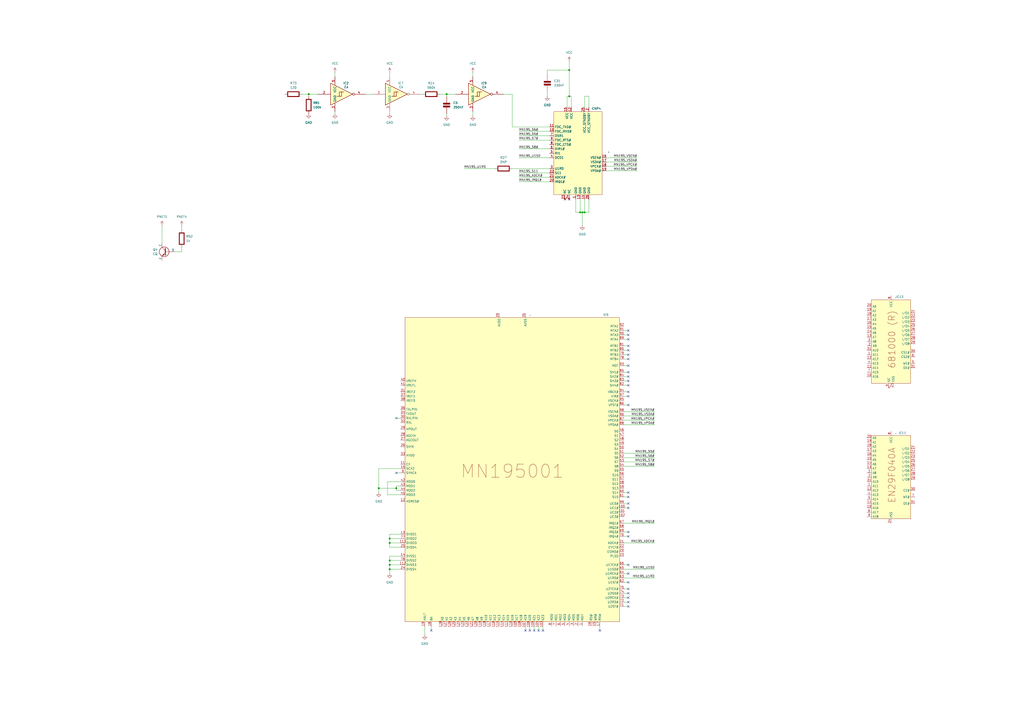
<source format=kicad_sch>
(kicad_sch (version 20250114) (generator "eeschema") (generator_version "9.0")
  (paper "A2")
  (title_block (title "PC110 Internal Modem Module") (company "Recreated by: Ahmad Byagowi"))
  (lib_symbols
    (symbol "74xGxx:74AHC1G14"
      (property "Reference" "U" (at 0 3.81 0))
      (property "Value" "74AHC1G14" (at 0 -3.81 0))
      (symbol "74AHC1G14_0_1"
        (polyline (pts (xy -7.62 6.35) (xy -7.62 -6.35) (xy 5.08 0) (xy -7.62 6.35)) (stroke (width 0.254)) (fill (type background)))
      )
      (symbol "74AHC1G14_1_1"
        (polyline (pts (xy -3.81 -1.27) (xy -1.27 -1.27) (xy -1.27 1.27)) (stroke (width 0.254)))
        (polyline (pts (xy -2.54 -1.27) (xy -2.54 1.27) (xy 0 1.27)) (stroke (width 0.254)))
        (pin input line (at -15.24 0 0) (length 7.62) (name "~") (number "2"))
        (pin no_connect line (at -7.62 5.08 180) (length 5.08) (hide yes) (name "NC") (number "1"))
        (pin power_in line (at -5.08 10.16 270) (length 5.08) (name "VCC") (number "5"))
        (pin power_in line (at -5.08 -10.16 90) (length 5.08) (name "GND") (number "3"))
        (pin output inverted (at 12.7 0 180) (length 7.62) (name "~") (number "4"))
      )
    )
    (symbol "Modem:681000ALP"
      (property "Reference" "IC" (at 3.556 25.4 0))
      (symbol "681000ALP_1_1"
        (rectangle (start -11.43 24.13) (end 11.43 -24.13) (fill (type color) (color 255 255 194 1)))
        (text "681000 (R)" (at 0.508 1.27 900) (effects (font (size 3.81 3.81))))
        (pin input line (at -13.97 20.32 0) (length 2.54) (name "A0") (number "20"))
        (pin input line (at -13.97 17.78 0) (length 2.54) (name "A1") (number "19"))
        (pin input line (at -13.97 15.24 0) (length 2.54) (name "A2") (number "18"))
        (pin input line (at -13.97 12.7 0) (length 2.54) (name "A3") (number "17"))
        (pin input line (at -13.97 10.16 0) (length 2.54) (name "A4") (number "16"))
        (pin input line (at -13.97 7.62 0) (length 2.54) (name "A5") (number "15"))
        (pin input line (at -13.97 5.08 0) (length 2.54) (name "A6") (number "14"))
        (pin input line (at -13.97 2.54 0) (length 2.54) (name "A7") (number "13"))
        (pin input line (at -13.97 0 0) (length 2.54) (name "A8") (number "3"))
        (pin input line (at -13.97 -5.08 0) (length 2.54) (name "A10") (number "31"))
        (pin input line (at -13.97 -7.62 0) (length 2.54) (name "A11") (number "1"))
        (pin input line (at -13.97 -10.16 0) (length 2.54) (name "A12") (number "12"))
        (pin input line (at -13.97 -12.7 0) (length 2.54) (name "A13") (number "4"))
        (pin input line (at -13.97 -15.24 0) (length 2.54) (name "A14") (number "11"))
        (pin input line (at -13.97 -17.78 0) (length 2.54) (name "A15") (number "7"))
        (pin input line (at -13.97 -20.32 0) (length 2.54) (name "A16") (number "10"))
        (pin input line (at -13.824 -2.4919 0) (length 2.54) (name "A9") (number "2"))
        (pin no_connect line (at -1.27 -26.67 90) (length 2.54) (name "NC") (number "9"))
        (pin power_in line (at 0 26.67 270) (length 2.54) (name "VCC") (number "8"))
        (pin power_in line (at 1.27 -26.67 90) (length 2.54) (name "VSS") (number "24"))
        (pin bidirectional line (at 13.97 16.51 180) (length 2.54) (name "I/O1") (number "21"))
        (pin bidirectional line (at 13.97 13.97 180) (length 2.54) (name "I/O2") (number "22"))
        (pin bidirectional line (at 13.97 11.43 180) (length 2.54) (name "I/O3") (number "23"))
        (pin bidirectional line (at 13.97 8.89 180) (length 2.54) (name "I/O4") (number "25"))
        (pin bidirectional line (at 13.97 6.35 180) (length 2.54) (name "I/O5") (number "26"))
        (pin bidirectional line (at 13.97 3.81 180) (length 2.54) (name "I/O6") (number "27"))
        (pin bidirectional line (at 13.97 1.27 180) (length 2.54) (name "I/O7") (number "28"))
        (pin bidirectional line (at 13.97 -1.27 180) (length 2.54) (name "I/O8") (number "29"))
        (pin input line (at 13.97 -6.35 180) (length 2.54) (name "CS1#") (number "30"))
        (pin input line (at 13.97 -8.89 180) (length 2.54) (name "CS2#") (number "6"))
        (pin input line (at 13.97 -12.7 180) (length 2.54) (name "WE#") (number "5"))
        (pin input line (at 13.97 -15.24 180) (length 2.54) (name "OE#") (number "31"))
      )
    )
    (symbol "Modem:EN29F040A"
      (property "Reference" "IC" (at 3.556 25.146 0))
      (symbol "EN29F040A_1_1"
        (rectangle (start -11.43 24.13) (end 11.43 -24.13) (fill (type color) (color 255 255 194 1)))
        (text "EN29F040A" (at 0.508 1.27 900) (effects (font (size 3.81 3.81))))
        (pin input line (at -13.97 22.86 0) (length 2.54) (name "A0") (number "20"))
        (pin input line (at -13.97 20.32 0) (length 2.54) (name "A1") (number "19"))
        (pin input line (at -13.97 17.78 0) (length 2.54) (name "A2") (number "18"))
        (pin input line (at -13.97 15.24 0) (length 2.54) (name "A3") (number "17"))
        (pin input line (at -13.97 12.7 0) (length 2.54) (name "A4") (number "16"))
        (pin input line (at -13.97 10.16 0) (length 2.54) (name "A5") (number "15"))
        (pin input line (at -13.97 7.62 0) (length 2.54) (name "A6") (number "14"))
        (pin input line (at -13.97 5.08 0) (length 2.54) (name "A7") (number "13"))
        (pin input line (at -13.97 2.54 0) (length 2.54) (name "A8") (number "3"))
        (pin input line (at -13.97 -2.54 0) (length 2.54) (name "A10") (number "31"))
        (pin input line (at -13.97 -5.08 0) (length 2.54) (name "A11") (number "1"))
        (pin input line (at -13.97 -7.62 0) (length 2.54) (name "A12") (number "12"))
        (pin input line (at -13.97 -10.16 0) (length 2.54) (name "A13") (number "4"))
        (pin input line (at -13.97 -12.7 0) (length 2.54) (name "A14") (number "5"))
        (pin input line (at -13.97 -15.24 0) (length 2.54) (name "A15") (number "11"))
        (pin input line (at -13.97 -17.78 0) (length 2.54) (name "A16") (number "10"))
        (pin input line (at -13.97 -20.32 0) (length 2.54) (name "A17") (number "6"))
        (pin input line (at -13.97 -22.86 0) (length 2.54) (name "A18") (number "9"))
        (pin input line (at -13.824 0.0481 0) (length 2.54) (name "A9") (number "2"))
        (pin power_in line (at 0 26.67 270) (length 2.54) (name "VCC") (number "8"))
        (pin power_in line (at 0 -26.67 90) (length 2.54) (name "VSS") (number "24"))
        (pin bidirectional line (at 13.97 16.51 180) (length 2.54) (name "I/O1") (number "21"))
        (pin bidirectional line (at 13.97 13.97 180) (length 2.54) (name "I/O2") (number "22"))
        (pin bidirectional line (at 13.97 11.43 180) (length 2.54) (name "I/O3") (number "23"))
        (pin bidirectional line (at 13.97 8.89 180) (length 2.54) (name "I/O4") (number "25"))
        (pin bidirectional line (at 13.97 6.35 180) (length 2.54) (name "I/O5") (number "26"))
        (pin bidirectional line (at 13.97 3.81 180) (length 2.54) (name "I/O6") (number "27"))
        (pin bidirectional line (at 13.97 1.27 180) (length 2.54) (name "I/O7") (number "28"))
        (pin bidirectional line (at 13.97 -1.27 180) (length 2.54) (name "I/O8") (number "29"))
        (pin input line (at 13.97 -7.62 180) (length 2.54) (name "CE#") (number "30"))
        (pin input line (at 13.97 -11.43 180) (length 2.54) (name "WE#") (number "7"))
        (pin input line (at 13.97 -15.24 180) (length 2.54) (name "OE#") (number "31"))
      )
    )
    (symbol "Modem:MN195001"
      (property "Reference" "IC" (at 49.53 90.424 0))
      (symbol "MN195001_1_1"
        (rectangle (start -62.23 88.9) (end 62.23 -87.63) (fill (type color) (color 255 255 194 1)))
        (text "MN195001" (at 0 -0.254 0) (effects (font (size 7.62 7.62))))
        (pin input line (at -64.77 52.07 0) (length 2.54) (name "VREFH") (number "40"))
        (pin input line (at -64.77 49.53 0) (length 2.54) (name "VREFL") (number "41"))
        (pin input line (at -64.77 45.72 0) (length 2.54) (name "IREF2") (number "31"))
        (pin input line (at -64.77 43.18 0) (length 2.54) (name "IREF1") (number "37"))
        (pin input line (at -64.77 40.64 0) (length 2.54) (name "IREF0") (number "38"))
        (pin input line (at -64.77 35.56 0) (length 2.54) (name "TXLPIN") (number "36"))
        (pin output line (at -64.77 33.02 0) (length 2.54) (name "TXOUT") (number "34"))
        (pin input line (at -64.77 30.48 0) (length 2.54) (name "RXLPIN") (number "30"))
        (pin input line (at -64.77 27.94 0) (length 2.54) (name "RXL") (number "32"))
        (pin output line (at -64.77 24.13 0) (length 2.54) (name "HPOUT") (number "29"))
        (pin input line (at -64.77 20.32 0) (length 2.54) (name "AGCIN") (number "28"))
        (pin output line (at -64.77 17.78 0) (length 2.54) (name "AGCOUT") (number "27"))
        (pin input line (at -64.77 13.97 0) (length 2.54) (name "SHIN") (number "26"))
        (pin input line (at -64.77 8.89 0) (length 2.54) (name "HVDD") (number "33"))
        (pin input line (at -64.77 3.81 0) (length 2.54) (name "CX") (number "11"))
        (pin input line (at -64.77 1.27 0) (length 2.54) (name "SCX2") (number "10"))
        (pin bidirectional line (at -64.77 -1.27 0) (length 2.54) (name "SYNCA") (number "9"))
        (pin input line (at -64.77 -6.35 0) (length 2.54) (name "MOD0") (number "42"))
        (pin input line (at -64.77 -8.89 0) (length 2.54) (name "MOD1") (number "43"))
        (pin input line (at -64.77 -11.43 0) (length 2.54) (name "MOD2") (number "44"))
        (pin input line (at -64.77 -13.97 0) (length 2.54) (name "MOD3") (number "45"))
        (pin input line (at -64.77 -17.78 0) (length 2.54) (name "HDRES#") (number "12"))
        (pin input line (at -64.77 -36.83 0) (length 2.54) (name "DVDD1") (number "13"))
        (pin input line (at -64.77 -39.37 0) (length 2.54) (name "DVDD2") (number "77"))
        (pin input line (at -64.77 -41.91 0) (length 2.54) (name "DVDD3") (number "113"))
        (pin input line (at -64.77 -44.45 0) (length 2.54) (name "DVDD4") (number "25"))
        (pin input line (at -64.77 -49.53 0) (length 2.54) (name "DVSS1") (number "14"))
        (pin input line (at -64.77 -52.07 0) (length 2.54) (name "DVSS2") (number "76"))
        (pin input line (at -64.77 -54.61 0) (length 2.54) (name "DVSS3") (number "112"))
        (pin input line (at -64.77 -57.15 0) (length 2.54) (name "DVSS4") (number "24"))
        (pin input line (at -50.8 -90.17 90) (length 2.54) (name "HALT") (number "19"))
        (pin output line (at -46.99 -90.17 90) (length 2.54) (name "BA") (number "18"))
        (pin output line (at -40.64 -90.17 90) (length 2.54) (name "A0") (number "128"))
        (pin output line (at -38.1 -90.17 90) (length 2.54) (name "A1") (number "127"))
        (pin output line (at -35.56 -90.17 90) (length 2.54) (name "A2") (number "126"))
        (pin output line (at -33.02 -90.17 90) (length 2.54) (name "A3") (number "125"))
        (pin output line (at -30.48 -90.17 90) (length 2.54) (name "A4") (number "124"))
        (pin output line (at -27.94 -90.17 90) (length 2.54) (name "A5") (number "123"))
        (pin output line (at -25.4 -90.17 90) (length 2.54) (name "A6") (number "122"))
        (pin output line (at -22.86 -90.17 90) (length 2.54) (name "A7") (number "121"))
        (pin output line (at -20.32 -90.17 90) (length 2.54) (name "A8") (number "120"))
        (pin output line (at -17.78 -90.17 90) (length 2.54) (name "A9") (number "119"))
        (pin output line (at -15.24 -90.17 90) (length 2.54) (name "A10") (number "118"))
        (pin output line (at -12.7 -90.17 90) (length 2.54) (name "A11") (number "117"))
        (pin output line (at -10.16 -90.17 90) (length 2.54) (name "A12") (number "116"))
        (pin input line (at -7.62 91.44 270) (length 2.54) (name "AVDD") (number "39"))
        (pin output line (at -7.62 -90.17 90) (length 2.54) (name "A13") (number "115"))
        (pin output line (at -5.08 -90.17 90) (length 2.54) (name "A14") (number "114"))
        (pin output line (at -2.54 -90.17 90) (length 2.54) (name "A15") (number "111"))
        (pin output line (at 0 -90.17 90) (length 2.54) (name "A16") (number "110"))
        (pin output line (at 2.54 -90.17 90) (length 2.54) (name "A17") (number "109"))
        (pin output line (at 5.08 -90.17 90) (length 2.54) (name "A18") (number "108"))
        (pin input line (at 7.62 91.44 270) (length 2.54) (name "AVSS") (number "35"))
        (pin output line (at 7.62 -90.17 90) (length 2.54) (name "A19") (number "107"))
        (pin output line (at 10.16 -90.17 90) (length 2.54) (name "A20") (number "106"))
        (pin output line (at 12.7 -90.17 90) (length 2.54) (name "A21") (number "105"))
        (pin output line (at 15.24 -90.17 90) (length 2.54) (name "A22") (number "104"))
        (pin output line (at 17.78 -90.17 90) (length 2.54) (name "A23") (number "103"))
        (pin bidirectional line (at 22.86 -90.17 90) (length 2.54) (name "MD0") (number "8"))
        (pin bidirectional line (at 25.4 -90.17 90) (length 2.54) (name "MD1") (number "7"))
        (pin bidirectional line (at 27.94 -90.17 90) (length 2.54) (name "MD2") (number "6"))
        (pin bidirectional line (at 30.48 -90.17 90) (length 2.54) (name "MD3") (number "5"))
        (pin bidirectional line (at 33.02 -90.17 90) (length 2.54) (name "MD4") (number "4"))
        (pin bidirectional line (at 35.56 -90.17 90) (length 2.54) (name "MD5") (number "3"))
        (pin bidirectional line (at 38.1 -90.17 90) (length 2.54) (name "MD6") (number "2"))
        (pin bidirectional line (at 40.64 -90.17 90) (length 2.54) (name "MD7") (number "1"))
        (pin output line (at 45.72 -90.17 90) (length 2.54) (name "RD#") (number "16"))
        (pin output line (at 48.26 -90.17 90) (length 2.54) (name "WR#") (number "15"))
        (pin input line (at 50.8 -90.17 90) (length 2.54) (name "RNW") (number "17"))
        (pin output line (at 64.77 83.82 180) (length 2.54) (name "MTA1") (number "92"))
        (pin output line (at 64.77 81.28 180) (length 2.54) (name "MTA2") (number "91"))
        (pin output line (at 64.77 78.74 180) (length 2.54) (name "MTA3") (number "90"))
        (pin output line (at 64.77 76.2 180) (length 2.54) (name "MTA4") (number "89"))
        (pin output line (at 64.77 72.39 180) (length 2.54) (name "MTB1") (number "81"))
        (pin output line (at 64.77 69.85 180) (length 2.54) (name "MTB2") (number "80"))
        (pin output line (at 64.77 67.31 180) (length 2.54) (name "MTB3") (number "79"))
        (pin output line (at 64.77 64.77 180) (length 2.54) (name "MTB4") (number "78"))
        (pin output line (at 64.77 60.96 180) (length 2.54) (name "MOT") (number "93"))
        (pin output line (at 64.77 57.15 180) (length 2.54) (name "SH1#") (number "85"))
        (pin output line (at 64.77 54.61 180) (length 2.54) (name "SH2#") (number "84"))
        (pin output line (at 64.77 52.07 180) (length 2.54) (name "SH3#") (number "83"))
        (pin output line (at 64.77 49.53 180) (length 2.54) (name "SH4#") (number "82"))
        (pin output line (at 64.77 45.72 180) (length 2.54) (name "VBCK#") (number "94"))
        (pin input line (at 64.77 43.18 180) (length 2.54) (name "VIR#") (number "97"))
        (pin input line (at 64.77 40.64 180) (length 2.54) (name "VSCK#") (number "95"))
        (pin output line (at 64.77 38.1 180) (length 2.54) (name "VPST#") (number "86"))
        (pin output line (at 64.77 34.29 180) (length 2.54) (name "VSEN#") (number "98"))
        (pin input line (at 64.77 31.75 180) (length 2.54) (name "VSDA#") (number "96"))
        (pin output line (at 64.77 29.21 180) (length 2.54) (name "VPCK#") (number "87"))
        (pin output line (at 64.77 26.67 180) (length 2.54) (name "VPDA#") (number "88"))
        (pin bidirectional line (at 64.77 22.86 180) (length 2.54) (name "S0") (number "46"))
        (pin bidirectional line (at 64.77 20.32 180) (length 2.54) (name "S1") (number "47"))
        (pin bidirectional line (at 64.77 17.78 180) (length 2.54) (name "S2") (number "48"))
        (pin bidirectional line (at 64.77 15.24 180) (length 2.54) (name "S3") (number "49"))
        (pin bidirectional line (at 64.77 12.7 180) (length 2.54) (name "S4") (number "50"))
        (pin bidirectional line (at 64.77 10.16 180) (length 2.54) (name "S5") (number "51"))
        (pin bidirectional line (at 64.77 7.62 180) (length 2.54) (name "S6") (number "52"))
        (pin bidirectional line (at 64.77 5.08 180) (length 2.54) (name "S7") (number "53"))
        (pin bidirectional line (at 64.77 2.54 180) (length 2.54) (name "S8") (number "54"))
        (pin bidirectional line (at 64.77 0 180) (length 2.54) (name "S9") (number "55"))
        (pin bidirectional line (at 64.77 -2.54 180) (length 2.54) (name "S10") (number "56"))
        (pin bidirectional line (at 64.77 -5.08 180) (length 2.54) (name "S11") (number "57"))
        (pin bidirectional line (at 64.77 -7.62 180) (length 2.54) (name "S12") (number "58"))
        (pin bidirectional line (at 64.77 -10.16 180) (length 2.54) (name "S13") (number "59"))
        (pin bidirectional line (at 64.77 -12.7 180) (length 2.54) (name "S14") (number "60"))
        (pin bidirectional line (at 64.77 -15.24 180) (length 2.54) (name "S15") (number "61"))
        (pin output line (at 64.77 -19.05 180) (length 2.54) (name "UC0#") (number "99"))
        (pin output line (at 64.77 -21.59 180) (length 2.54) (name "UC1#") (number "100"))
        (pin output line (at 64.77 -24.13 180) (length 2.54) (name "UC2#") (number "101"))
        (pin output line (at 64.77 -26.67 180) (length 2.54) (name "UC3#") (number "102"))
        (pin output line (at 64.77 -30.48 180) (length 2.54) (name "IRQ1#") (number "67"))
        (pin output line (at 64.77 -33.02 180) (length 2.54) (name "IRQ2#") (number "68"))
        (pin output line (at 64.77 -35.56 180) (length 2.54) (name "IRQ3#") (number "69"))
        (pin output line (at 64.77 -38.1 180) (length 2.54) (name "IRQ4#") (number "70"))
        (pin output line (at 64.77 -41.91 180) (length 2.54) (name "ADCK#") (number "21"))
        (pin output line (at 64.77 -44.45 180) (length 2.54) (name "EYCY#") (number "22"))
        (pin output line (at 64.77 -46.99 180) (length 2.54) (name "EOMD#") (number "20"))
        (pin output line (at 64.77 -49.53 180) (length 2.54) (name "PLSD") (number "23"))
        (pin bidirectional line (at 64.77 -54.61 180) (length 2.54) (name "U1TCK#") (number "66"))
        (pin output line (at 64.77 -57.15 180) (length 2.54) (name "U1SD#") (number "65"))
        (pin input line (at 64.77 -59.69 180) (length 2.54) (name "U1RCK#") (number "64"))
        (pin input line (at 64.77 -62.23 180) (length 2.54) (name "U1RD#") (number "63"))
        (pin input line (at 64.77 -64.77 180) (length 2.54) (name "U1ST#") (number "62"))
        (pin bidirectional line (at 64.77 -68.58 180) (length 2.54) (name "U2TCK#") (number "75"))
        (pin output line (at 64.77 -71.12 180) (length 2.54) (name "U2SD#") (number "74"))
        (pin output line (at 64.77 -73.66 180) (length 2.54) (name "U2RCK#") (number "73"))
        (pin output line (at 64.77 -76.2 180) (length 2.54) (name "U2RD#") (number "72"))
        (pin output line (at 64.77 -78.74 180) (length 2.54) (name "U2ST#") (number "71"))
      )
    )
    (symbol "Modem:M_Conn"
      (property "Reference" "CNP" (at 10.668 25.4 0))
      (symbol "M_Conn_1_1"
        (rectangle (start -13.97 24.13) (end 13.97 -24.13) (fill (type color) (color 255 255 194 1)))
        (pin bidirectional line (at -16.51 15.24 0) (length 2.54) (name "FDC_TXD#") (number "11"))
        (pin bidirectional line (at -16.51 12.7 0) (length 2.54) (name "FDC_RXD#") (number "10"))
        (pin bidirectional line (at -16.51 10.16 0) (length 2.54) (name "DSR1") (number "7"))
        (pin bidirectional line (at -16.51 7.62 0) (length 2.54) (name "FDC_RTS#") (number "9"))
        (pin bidirectional line (at -16.51 5.08 0) (length 2.54) (name "FDC_CTS#") (number "8"))
        (pin bidirectional line (at -16.51 2.54 0) (length 2.54) (name "DIR1#") (number "6"))
        (pin bidirectional line (at -16.51 0 0) (length 2.54) (name "RI1") (number "5"))
        (pin bidirectional line (at -16.51 -2.54 0) (length 2.54) (name "DCD1") (number "4"))
        (pin bidirectional line (at -16.51 -8.89 0) (length 2.54) (name "U1RD") (number "3"))
        (pin bidirectional line (at -16.51 -11.43 0) (length 2.54) (name "S11") (number "22"))
        (pin bidirectional line (at -16.51 -13.97 0) (length 2.54) (name "ADCK#") (number "21"))
        (pin output line (at -16.51 -16.51 0) (length 2.54) (name "IRQ1#") (number "20"))
        (pin no_connect line (at -7.62 -26.67 90) (length 2.54) (name "NC") (number "23"))
        (pin power_in line (at -6.35 26.67 270) (length 2.54) (name "VCC") (number "15"))
        (pin no_connect line (at -5.08 -26.67 90) (length 2.54) (name "NC") (number "24"))
        (pin power_in line (at -3.81 26.67 270) (length 2.54) (name "VCC") (number "12"))
        (pin power_in line (at -1.27 -26.67 90) (length 2.54) (name "GND") (number "1"))
        (pin power_in line (at 1.27 -26.67 90) (length 2.54) (name "GND") (number "13"))
        (pin power_in line (at 3.81 26.67 270) (length 2.54) (name "VCC_STNDBY") (number "25"))
        (pin power_in line (at 3.81 -26.67 90) (length 2.54) (name "GND") (number "14"))
        (pin power_in line (at 6.35 26.67 270) (length 2.54) (name "VCC_STNDBY") (number "2"))
        (pin power_in line (at 6.35 -26.67 90) (length 2.54) (name "GND") (number "26"))
        (pin bidirectional line (at 16.51 -2.54 180) (length 2.54) (name "VSEN#") (number "16"))
        (pin bidirectional line (at 16.51 -5.08 180) (length 2.54) (name "VSDA#") (number "17"))
        (pin bidirectional line (at 16.51 -7.62 180) (length 2.54) (name "VPCK#") (number "18"))
        (pin bidirectional line (at 16.51 -10.16 180) (length 2.54) (name "VPDA#") (number "19"))
      )
    )
    (symbol "PCM_Elektuur:C" (pin_numbers (hide yes)) (pin_names (offset 0) (hide yes))
      (property "Reference" "C" (at 0.635 3.175 0))
      (property "Value" "C" (at 0.635 -3.175 0))
      (symbol "C_1_1"
        (rectangle (start -1.905 1.1938) (end 1.905 0.4318) (stroke (width 0.254)) (fill (type outline)))
        (rectangle (start -1.905 -0.4318) (end 1.905 -1.1938) (stroke (width 0.254)) (fill (type outline)))
        (pin passive line (at 0 5.08 270) (length 3.8862) (name "+") (number "1"))
        (pin passive line (at 0 -5.08 90) (length 3.8862) (name "-") (number "2"))
      )
      (symbol "C_1_2"
        (polyline (pts (xy -1.905 0.4318) (xy 1.905 0.4318) (xy 1.905 1.4986) (xy -1.905 1.4986) (xy -1.905 0.4318) (xy -1.8034 0.5334) (xy -1.8034 1.397) (xy 1.8034 1.397) (xy 1.8034 0.5334) (xy -1.8034 0.5334) (xy -1.905 0.4318)) (stroke (width 0.254)) (fill (type outline)))
        (polyline (pts (xy -1.905 -1.4986) (xy 1.905 -1.4986) (xy 1.905 -0.4318) (xy -1.905 -0.4318) (xy -1.905 -1.4986) (xy -1.8034 -1.397) (xy -1.8034 -0.5334) (xy 1.8034 -0.5334) (xy 1.8034 -1.397) (xy -1.8034 -1.397) (xy -1.905 -1.4986)) (stroke (width 0.254)) (fill (type outline)))
        (pin passive line (at 0 5.08 270) (length 3.5814) (name "+") (number "1"))
        (pin passive line (at 0 -5.08 90) (length 3.5814) (name "-") (number "2"))
      )
    )
    (symbol "PCM_Elektuur:R" (pin_numbers (hide yes)) (pin_names (offset 0) (hide yes))
      (property "Reference" "R" (at 2.54 3.175 0))
      (property "Value" "R" (at 0 0 90))
      (symbol "R_1_1"
        (polyline (pts (xy -1.524 -3.429) (xy 1.524 -3.429) (xy 1.524 3.429) (xy -1.524 3.429) (xy -1.524 -3.429) (xy -1.27 -3.175) (xy -1.27 3.175) (xy 1.27 3.175) (xy 1.27 -3.175) (xy -1.27 -3.175) (xy -1.524 -3.429)) (stroke (width 0.254)) (fill (type outline)))
        (pin passive line (at 0 5.08 270) (length 1.651) (name "+") (number "1"))
        (pin passive line (at 0 -5.08 90) (length 1.651) (name "-") (number "2"))
      )
      (symbol "R_1_2"
        (polyline (pts (xy -0.508 -3.429) (xy 1.524 -3.429) (xy 1.524 3.429) (xy -0.508 3.429) (xy -0.508 3.175) (xy 1.27 3.175) (xy 1.27 -3.175) (xy -0.508 -3.175) (xy -0.508 -3.429)) (stroke (width 0.254)) (fill (type outline)))
        (pin passive line (at 0 5.08 270) (length 1.651) (name "+") (number "1"))
        (pin passive line (at 0 -5.08 90) (length 1.651) (name "-") (number "2"))
      )
      (symbol "R_1_3"
        (polyline (pts (xy 0 3.4798) (xy 0 3.2004) (xy 0.7112 2.794) (xy -1.1938 1.6764) (xy 0.7112 0.5588) (xy -1.1938 -0.5588) (xy 0.7112 -1.6764) (xy -1.1938 -2.794) (xy 0 -3.4798) (xy 0 -3.2004) (xy -0.7112 -2.794) (xy 1.1938 -1.6764) (xy -0.7112 -0.5588) (xy 1.1938 0.5588) (xy -0.7112 1.6764) (xy 1.1938 2.794) (xy 0 3.4798)) (stroke (width 0.254)) (fill (type outline)))
        (pin passive line (at 0 5.08 270) (length 1.6002) (name "+") (number "1"))
        (pin passive line (at 0 -5.08 90) (length 1.6002) (name "-") (number "2"))
      )
      (symbol "R_1_4"
        (polyline (pts (xy 0 4.5466) (xy 0 4.2672) (xy 0.0508 4.2418) (xy 1.016 3.683) (xy -1.524 2.2098) (xy 1.016 0.7366) (xy -1.524 -0.7366) (xy 1.016 -2.2098) (xy -1.524 -3.683) (xy -0.0762 -4.5212) (xy 0 -4.5466) (xy 0 -4.2672) (xy -0.0508 -4.2418) (xy -1.016 -3.683) (xy 1.524 -2.2098) (xy -1.016 -0.7366) (xy 1.524 0.7366) (xy -1.016 2.2098) (xy 1.524 3.683) (xy 0.0762 4.5212) (xy 0 4.5466)) (stroke (width 0.254)) (fill (type outline)))
        (pin passive line (at 0 5.08 270) (length 0.5334) (name "+") (number "1"))
        (pin passive line (at 0 -5.08 90) (length 0.5334) (name "-") (number "2"))
      )
    )
    (symbol "Simulation_SPICE:NPN" (pin_numbers (hide yes)) (pin_names (offset 0))
      (property "Reference" "Q" (at -2.54 7.62 0))
      (property "Value" "NPN" (at -2.54 5.08 0))
      (symbol "NPN_0_1"
        (polyline (pts (xy -2.54 0) (xy 0.635 0)) (stroke (width 0.1524)))
        (polyline (pts (xy 0.635 1.905) (xy 0.635 -1.905) (xy 0.635 -1.905)) (stroke (width 0.508)))
        (polyline (pts (xy 0.635 0.635) (xy 2.54 2.54)))
        (polyline (pts (xy 0.635 -0.635) (xy 2.54 -2.54) (xy 2.54 -2.54)))
        (circle (center 1.27 0) (radius 2.8194) (stroke (width 0.254)))
        (polyline (pts (xy 1.27 -1.778) (xy 1.778 -1.27) (xy 2.286 -2.286) (xy 1.27 -1.778) (xy 1.27 -1.778)) (fill (type outline)))
        (polyline (pts (xy 2.794 -1.27) (xy 2.794 -1.27)) (stroke (width 0.1524)))
        (polyline (pts (xy 2.794 -1.27) (xy 2.794 -1.27)) (stroke (width 0.1524)))
      )
      (symbol "NPN_1_1"
        (pin input line (at -5.08 0 0) (length 2.54) (name "B") (number "2"))
        (pin open_collector line (at 2.54 5.08 270) (length 2.54) (name "C") (number "1"))
        (pin open_emitter line (at 2.54 -5.08 90) (length 2.54) (name "E") (number "3"))
      )
    )
    (symbol "power:GND" (power) (pin_numbers (hide yes)) (pin_names (offset 0) (hide yes))
      (property "Value" "GND" (at 0 -3.81 0))
      (symbol "GND_0_1"
        (polyline (pts (xy 0 0) (xy 0 -1.27) (xy 1.27 -1.27) (xy 0 -2.54) (xy -1.27 -1.27) (xy 0 -1.27)))
      )
      (symbol "GND_1_1"
        (pin power_in line (at 0 0 270) (length 0) (name "~") (number "1"))
      )
    )
    (symbol "power:VCC" (power) (pin_numbers (hide yes)) (pin_names (offset 0) (hide yes))
      (property "Value" "VCC" (at 0 3.556 0))
      (symbol "VCC_0_1"
        (polyline (pts (xy -0.762 1.27) (xy 0 2.54)))
        (polyline (pts (xy 0 2.54) (xy 0.762 1.27)))
        (polyline (pts (xy 0 0) (xy 0 2.54)))
      )
      (symbol "VCC_1_1"
        (pin power_in line (at 0 0 90) (length 0) (name "~") (number "1"))
      )
    )
  )
  (junction (at 339.09 123.19))
  (junction (at 259.08 54.61))
  (junction (at 219.71 283.21))
  (junction (at 226.06 312.42))
  (junction (at 226.06 314.96))
  (junction (at 336.55 123.19))
  (junction (at 226.06 327.66))
  (junction (at 226.06 325.12))
  (junction (at 330.2 55.88))
  (junction (at 226.06 330.2))
  (junction (at 330.2 40.64))
  (junction (at 337.82 123.19))
  (junction (at 229.87 283.21))
  (junction (at 179.07 54.61))
  (no_connect (at 250.19 365.76))
  (no_connect (at 364.49 288.29))
  (no_connect (at 304.8 365.76))
  (no_connect (at 364.49 191.77))
  (no_connect (at 364.49 203.2))
  (no_connect (at 364.49 229.87))
  (no_connect (at 309.88 365.76))
  (no_connect (at 364.49 200.66))
  (no_connect (at 364.49 212.09))
  (no_connect (at 364.49 227.33))
  (no_connect (at 364.49 351.79))
  (no_connect (at 364.49 234.95))
  (no_connect (at 364.49 344.17))
  (no_connect (at 327.66 115.57))
  (no_connect (at 330.2 115.57))
  (no_connect (at 364.49 332.74))
  (no_connect (at 229.87 242.57))
  (no_connect (at 364.49 346.71))
  (no_connect (at 364.49 208.28))
  (no_connect (at 364.49 215.9))
  (no_connect (at 364.49 194.31))
  (no_connect (at 364.49 311.15))
  (no_connect (at 364.49 327.66))
  (no_connect (at 364.49 196.85))
  (no_connect (at 364.49 220.98))
  (no_connect (at 312.42 365.76))
  (no_connect (at 229.87 274.32))
  (no_connect (at 364.49 205.74))
  (no_connect (at 364.49 285.75))
  (no_connect (at 364.49 337.82))
  (no_connect (at 364.49 294.64))
  (no_connect (at 364.49 292.1))
  (no_connect (at 364.49 349.25))
  (no_connect (at 364.49 218.44))
  (no_connect (at 364.49 223.52))
  (no_connect (at 347.98 365.76))
  (no_connect (at 364.49 341.63))
  (no_connect (at 364.49 308.61))
  (no_connect (at 307.34 365.76))
  (no_connect (at 314.96 365.76))
  (wire (pts (xy 361.95 227.33) (xy 364.49 227.33)))
  (wire (pts (xy 232.41 322.58) (xy 226.06 322.58)))
  (wire (pts (xy 229.87 281.94) (xy 229.87 283.21)))
  (wire (pts (xy 318.77 81.28) (xy 300.99 81.28)))
  (wire (pts (xy 339.09 55.88) (xy 341.63 55.88)))
  (wire (pts (xy 318.77 86.36) (xy 300.99 86.36)))
  (wire (pts (xy 232.41 327.66) (xy 226.06 327.66)))
  (wire (pts (xy 337.82 123.19) (xy 339.09 123.19)))
  (wire (pts (xy 361.95 267.97) (xy 379.73 267.97)))
  (wire (pts (xy 330.2 40.64) (xy 330.2 55.88)))
  (wire (pts (xy 351.79 93.98) (xy 369.57 93.98)))
  (wire (pts (xy 361.95 288.29) (xy 364.49 288.29)))
  (wire (pts (xy 226.06 41.91) (xy 226.06 44.45)))
  (wire (pts (xy 361.95 243.84) (xy 379.73 243.84)))
  (wire (pts (xy 317.5 40.64) (xy 330.2 40.64)))
  (wire (pts (xy 212.09 54.61) (xy 215.9 54.61)))
  (wire (pts (xy 229.87 242.57) (xy 232.41 242.57)))
  (wire (pts (xy 361.95 208.28) (xy 364.49 208.28)))
  (wire (pts (xy 361.95 191.77) (xy 364.49 191.77)))
  (wire (pts (xy 361.95 314.96) (xy 379.73 314.96)))
  (wire (pts (xy 361.95 262.89) (xy 379.73 262.89)))
  (wire (pts (xy 337.82 130.81) (xy 337.82 123.19)))
  (wire (pts (xy 226.06 330.2) (xy 226.06 332.74)))
  (wire (pts (xy 224.79 279.4) (xy 232.41 279.4)))
  (wire (pts (xy 226.06 317.5) (xy 226.06 314.96)))
  (wire (pts (xy 361.95 241.3) (xy 379.73 241.3)))
  (wire (pts (xy 226.06 314.96) (xy 226.06 312.42)))
  (wire (pts (xy 328.93 55.88) (xy 330.2 55.88)))
  (wire (pts (xy 361.95 270.51) (xy 379.73 270.51)))
  (wire (pts (xy 361.95 203.2) (xy 364.49 203.2)))
  (wire (pts (xy 328.93 62.23) (xy 328.93 55.88)))
  (wire (pts (xy 226.06 325.12) (xy 226.06 327.66)))
  (wire (pts (xy 361.95 335.28) (xy 379.73 335.28)))
  (wire (pts (xy 361.95 344.17) (xy 364.49 344.17)))
  (wire (pts (xy 361.95 200.66) (xy 364.49 200.66)))
  (wire (pts (xy 105.41 130.81) (xy 105.41 133.35)))
  (wire (pts (xy 351.79 99.06) (xy 369.57 99.06)))
  (wire (pts (xy 361.95 215.9) (xy 364.49 215.9)))
  (wire (pts (xy 339.09 123.19) (xy 341.63 123.19)))
  (wire (pts (xy 312.42 363.22) (xy 312.42 365.76)))
  (wire (pts (xy 361.95 303.53) (xy 379.73 303.53)))
  (wire (pts (xy 229.87 284.48) (xy 232.41 284.48)))
  (wire (pts (xy 361.95 292.1) (xy 364.49 292.1)))
  (wire (pts (xy 274.32 41.91) (xy 274.32 44.45)))
  (wire (pts (xy 336.55 123.19) (xy 337.82 123.19)))
  (wire (pts (xy 361.95 311.15) (xy 364.49 311.15)))
  (wire (pts (xy 331.47 55.88) (xy 331.47 62.23)))
  (wire (pts (xy 361.95 238.76) (xy 379.73 238.76)))
  (wire (pts (xy 361.95 349.25) (xy 364.49 349.25)))
  (wire (pts (xy 318.77 78.74) (xy 300.99 78.74)))
  (wire (pts (xy 219.71 271.78) (xy 219.71 283.21)))
  (wire (pts (xy 226.06 312.42) (xy 232.41 312.42)))
  (wire (pts (xy 361.95 229.87) (xy 364.49 229.87)))
  (wire (pts (xy 330.2 55.88) (xy 331.47 55.88)))
  (wire (pts (xy 318.77 100.33) (xy 300.99 100.33)))
  (wire (pts (xy 219.71 283.21) (xy 219.71 285.75)))
  (wire (pts (xy 361.95 220.98) (xy 364.49 220.98)))
  (wire (pts (xy 361.95 327.66) (xy 364.49 327.66)))
  (wire (pts (xy 351.79 96.52) (xy 369.57 96.52)))
  (wire (pts (xy 229.87 274.32) (xy 232.41 274.32)))
  (wire (pts (xy 179.07 55.88) (xy 179.07 54.61)))
  (wire (pts (xy 361.95 265.43) (xy 379.73 265.43)))
  (wire (pts (xy 309.88 363.22) (xy 309.88 365.76)))
  (wire (pts (xy 336.55 115.57) (xy 336.55 123.19)))
  (wire (pts (xy 339.09 62.23) (xy 339.09 55.88)))
  (wire (pts (xy 361.95 346.71) (xy 364.49 346.71)))
  (wire (pts (xy 361.95 285.75) (xy 364.49 285.75)))
  (wire (pts (xy 226.06 327.66) (xy 226.06 330.2)))
  (wire (pts (xy 224.79 287.02) (xy 224.79 279.4)))
  (wire (pts (xy 318.77 102.87) (xy 300.99 102.87)))
  (wire (pts (xy 105.41 143.51) (xy 105.41 146.05)))
  (wire (pts (xy 259.08 55.88) (xy 259.08 54.61)))
  (wire (pts (xy 93.98 130.81) (xy 93.98 140.97)))
  (wire (pts (xy 361.95 337.82) (xy 364.49 337.82)))
  (wire (pts (xy 361.95 234.95) (xy 364.49 234.95)))
  (wire (pts (xy 314.96 363.22) (xy 314.96 365.76)))
  (wire (pts (xy 341.63 55.88) (xy 341.63 62.23)))
  (wire (pts (xy 232.41 325.12) (xy 226.06 325.12)))
  (wire (pts (xy 175.26 54.61) (xy 179.07 54.61)))
  (wire (pts (xy 361.95 308.61) (xy 364.49 308.61)))
  (wire (pts (xy 361.95 205.74) (xy 364.49 205.74)))
  (wire (pts (xy 361.95 194.31) (xy 364.49 194.31)))
  (wire (pts (xy 259.08 66.04) (xy 259.08 67.31)))
  (wire (pts (xy 361.95 223.52) (xy 364.49 223.52)))
  (wire (pts (xy 361.95 212.09) (xy 364.49 212.09)))
  (wire (pts (xy 304.8 363.22) (xy 304.8 365.76)))
  (wire (pts (xy 341.63 123.19) (xy 341.63 115.57)))
  (wire (pts (xy 232.41 317.5) (xy 226.06 317.5)))
  (wire (pts (xy 318.77 105.41) (xy 300.99 105.41)))
  (wire (pts (xy 269.24 97.79) (xy 287.02 97.79)))
  (wire (pts (xy 194.31 66.04) (xy 194.31 64.77)))
  (wire (pts (xy 317.5 43.18) (xy 317.5 40.64)))
  (wire (pts (xy 334.01 115.57) (xy 334.01 123.19)))
  (wire (pts (xy 232.41 330.2) (xy 226.06 330.2)))
  (wire (pts (xy 232.41 287.02) (xy 224.79 287.02)))
  (wire (pts (xy 226.06 312.42) (xy 226.06 309.88)))
  (wire (pts (xy 307.34 363.22) (xy 307.34 365.76)))
  (wire (pts (xy 361.95 246.38) (xy 379.73 246.38)))
  (wire (pts (xy 259.08 54.61) (xy 264.16 54.61)))
  (wire (pts (xy 226.06 314.96) (xy 232.41 314.96)))
  (wire (pts (xy 361.95 351.79) (xy 364.49 351.79)))
  (wire (pts (xy 232.41 271.78) (xy 219.71 271.78)))
  (wire (pts (xy 330.2 35.56) (xy 330.2 40.64)))
  (wire (pts (xy 339.09 115.57) (xy 339.09 123.19)))
  (wire (pts (xy 101.6 146.05) (xy 105.41 146.05)))
  (wire (pts (xy 226.06 309.88) (xy 232.41 309.88)))
  (wire (pts (xy 243.84 54.61) (xy 245.11 54.61)))
  (wire (pts (xy 297.18 73.66) (xy 297.18 54.61)))
  (wire (pts (xy 347.98 363.22) (xy 347.98 365.76)))
  (wire (pts (xy 361.95 341.63) (xy 364.49 341.63)))
  (wire (pts (xy 219.71 283.21) (xy 229.87 283.21)))
  (wire (pts (xy 246.38 363.22) (xy 246.38 368.3)))
  (wire (pts (xy 318.77 73.66) (xy 297.18 73.66)))
  (wire (pts (xy 361.95 330.2) (xy 379.73 330.2)))
  (wire (pts (xy 226.06 322.58) (xy 226.06 325.12)))
  (wire (pts (xy 297.18 97.79) (xy 318.77 97.79)))
  (wire (pts (xy 361.95 332.74) (xy 364.49 332.74)))
  (wire (pts (xy 194.31 41.91) (xy 194.31 44.45)))
  (wire (pts (xy 361.95 218.44) (xy 364.49 218.44)))
  (wire (pts (xy 179.07 54.61) (xy 184.15 54.61)))
  (wire (pts (xy 232.41 281.94) (xy 229.87 281.94)))
  (wire (pts (xy 361.95 196.85) (xy 364.49 196.85)))
  (wire (pts (xy 351.79 91.44) (xy 369.57 91.44)))
  (wire (pts (xy 317.5 55.88) (xy 317.5 53.34)))
  (wire (pts (xy 292.1 54.61) (xy 297.18 54.61)))
  (wire (pts (xy 250.19 363.22) (xy 250.19 365.76)))
  (wire (pts (xy 318.77 76.2) (xy 300.99 76.2)))
  (wire (pts (xy 255.27 54.61) (xy 259.08 54.61)))
  (wire (pts (xy 274.32 67.31) (xy 274.32 64.77)))
  (wire (pts (xy 334.01 123.19) (xy 336.55 123.19)))
  (wire (pts (xy 229.87 283.21) (xy 229.87 284.48)))
  (wire (pts (xy 226.06 64.77) (xy 226.06 66.04)))
  (wire (pts (xy 318.77 91.44) (xy 300.99 91.44)))
  (wire (pts (xy 361.95 294.64) (xy 364.49 294.64)))
  (label "MN195_VPCK#" (at 369.57 96.52 180))
  (label "MN195_ADCK#" (at 379.73 314.96 180))
  (label "MN195_S7#" (at 379.73 267.97 180))
  (label "MN195_S8#" (at 300.99 86.36 0))
  (label "MN195_VSDA#" (at 369.57 93.98 180))
  (label "MN195_VSDA#" (at 379.73 241.3 180))
  (label "MN195_U1SD" (at 379.73 330.2 180))
  (label "MN195_S11" (at 300.99 100.33 0))
  (label "MN195_VPDA#" (at 369.57 99.06 180))
  (label "MN195_VPCK#" (at 379.73 243.84 180))
  (label "MN195_U1RD" (at 269.24 97.79 0))
  (label "MN195_IRQ1#" (at 300.99 105.41 0))
  (label "MN195_S6#" (at 379.73 265.43 180))
  (label "MN195_S7#" (at 300.99 81.28 0))
  (label "MN195_S6#" (at 300.99 76.2 0))
  (label "MN195_VSEN#" (at 379.73 238.76 180))
  (label "MN195_S5#" (at 300.99 78.74 0))
  (label "MN195_VSEN#" (at 369.57 91.44 180))
  (label "MN195_U1RD" (at 379.73 335.28 180))
  (label "MN195_U1SD" (at 300.99 91.44 0))
  (label "MN195_S8#" (at 379.73 270.51 180))
  (label "MN195_VPDA#" (at 379.73 246.38 180))
  (label "MN195_S5#" (at 379.73 262.89 180))
  (label "MN195_IRQ1#" (at 379.73 303.53 180))
  (label "MN195_ADCK#" (at 300.99 102.87 0))
  (symbol (lib_id "power:GND") (at 194.31 66.04 0) (unit 1)
    (property "Reference" "#PWR015" (effects (hide yes)))
    (property "Value" "GND" (at 194.31 71.12 0))
    (property "Description" "Power symbol creates a global label with name \"GND\" , ground" (effects (hide yes)))
  )
  (symbol (lib_id "74xGxx:74AHC1G14") (at 231.14 54.61 0) (unit 1)
    (property "Reference" "IC7" (at 232.41 48.26 0))
    (property "Value" "EA" (at 232.664 50.546 0))
    (property "Datasheet" "https://www.ti.com/lit/ds/symlink/sn74lvc1g14.pdf" (effects (hide yes)))
    (property "Description" "Single Schmitt NOT Gate, Low-Voltage CMOS" (effects (hide yes)))
  )
  (symbol (lib_id "power:GND") (at 274.32 67.31 0) (mirror y) (unit 1)
    (property "Reference" "#PWR09" (effects (hide yes)))
    (property "Value" "GND" (at 274.32 72.39 0))
    (property "Description" "Power symbol creates a global label with name \"GND\" , ground" (effects (hide yes)))
  )
  (symbol (lib_id "power:VCC") (at 226.06 41.91 0) (mirror y) (unit 1)
    (property "Reference" "#PWR013" (effects (hide yes)))
    (property "Value" "VCC" (at 226.06 36.83 0))
    (property "Description" "Power symbol creates a global label with name \"VCC\"" (effects (hide yes)))
  )
  (symbol (lib_id "PCM_Elektuur:C") (at 259.08 60.96 0) (unit 1)
    (property "Reference" "C5" (at 262.89 59.6899 0) (effects (justify left)))
    (property "Value" "250nF" (at 262.89 62.2299 0) (effects (justify left)))
    (property "Description" "capacitor, non-polarized/bipolar" (effects (hide yes)))
    (property "Indicator" "+" (effects (hide yes)))
    (property "Rating" "V" (effects (hide yes)))
  )
  (symbol (lib_id "74xGxx:74AHC1G14") (at 199.39 54.61 0) (unit 1)
    (property "Reference" "IC2" (at 200.66 48.26 0))
    (property "Value" "EA" (at 200.914 50.546 0))
    (property "Datasheet" "https://www.ti.com/lit/ds/symlink/sn74lvc1g14.pdf" (effects (hide yes)))
    (property "Description" "Single Schmitt NOT Gate, Low-Voltage CMOS" (effects (hide yes)))
  )
  (symbol (lib_id "power:GND") (at 226.06 332.74 0) (unit 1)
    (property "Reference" "#PWR05" (effects (hide yes)))
    (property "Value" "GND" (at 226.06 337.82 0))
    (property "Description" "Power symbol creates a global label with name \"GND\" , ground" (effects (hide yes)))
  )
  (symbol (lib_id "power:GND") (at 259.08 67.31 0) (unit 1)
    (property "Reference" "#PWR011" (effects (hide yes)))
    (property "Value" "GND" (at 259.08 72.39 0))
    (property "Description" "Power symbol creates a global label with name \"GND\" , ground" (effects (hide yes)))
  )
  (symbol (lib_id "Modem:M_Conn") (at 335.28 88.9 0) (unit 1)
    (property "Reference" "CNP4" (at 345.948 62.992 0))
    (property "Value" "~" (at 353.06 88.1949 0))
  )
  (symbol (lib_id "Modem:MN195001") (at 297.18 273.05 0) (unit 1)
    (property "Reference" "IC5" (at 349.758 182.626 0) (effects (justify left)))
    (property "Value" "~" (at 306.9433 182.88 0) (effects (justify left)))
  )
  (symbol (lib_id "power:VCC") (at 93.98 130.81 0) (unit 1)
    (property "Reference" "#PWR07" (effects (hide yes)))
    (property "Value" "PNET1" (at 93.98 125.73 0))
    (property "Description" "Power symbol creates a global label with name \"VCC\"" (effects (hide yes)))
  )
  (symbol (lib_id "PCM_Elektuur:R") (at 250.19 54.61 90) (unit 1)
    (property "Reference" "R14" (at 250.19 48.26 90))
    (property "Value" "560k" (at 250.19 50.8 90))
    (property "Description" "resistor" (effects (hide yes)))
    (property "Indicator" "+" (effects (hide yes)))
    (property "Rating" "W" (effects (hide yes)))
  )
  (symbol (lib_id "power:GND") (at 226.06 66.04 0) (unit 1)
    (property "Reference" "#PWR012" (effects (hide yes)))
    (property "Value" "GND" (at 226.06 71.12 0))
    (property "Description" "Power symbol creates a global label with name \"GND\" , ground" (effects (hide yes)))
  )
  (symbol (lib_id "PCM_Elektuur:R") (at 170.18 54.61 90) (unit 1)
    (property "Reference" "R73" (at 170.18 48.26 90))
    (property "Value" "120" (at 170.18 50.8 90))
    (property "Description" "resistor" (effects (hide yes)))
    (property "Indicator" "+" (effects (hide yes)))
    (property "Rating" "W" (effects (hide yes)))
  )
  (symbol (lib_id "Simulation_SPICE:NPN") (at 96.52 146.05 0) (mirror y) (unit 1)
    (property "Reference" "Q4" (at 91.44 144.7799 0) (effects (justify left)))
    (property "Value" "CQ" (at 91.44 147.3199 0) (effects (justify left)))
    (property "Datasheet" "https://ngspice.sourceforge.io/docs/ngspice-html-manual/manual.xhtml#cha_BJTs" (effects (hide yes)))
    (property "Description" "Bipolar transistor symbol for simulation only, substrate tied to the emitter" (effects (hide yes)))
    (property "Sim.Device" "NPN" (effects (hide yes)))
    (property "Sim.Type" "GUMMELPOON" (effects (hide yes)))
    (property "Sim.Pins" "1=C 2=B 3=E" (effects (hide yes)))
  )
  (symbol (lib_id "power:VCC") (at 194.31 41.91 0) (mirror y) (unit 1)
    (property "Reference" "#PWR014" (effects (hide yes)))
    (property "Value" "VCC" (at 194.31 36.83 0))
    (property "Description" "Power symbol creates a global label with name \"VCC\"" (effects (hide yes)))
  )
  (symbol (lib_id "power:GND") (at 337.82 130.81 0) (unit 1)
    (property "Reference" "#PWR01" (effects (hide yes)))
    (property "Value" "GND" (at 337.82 135.89 0))
    (property "Description" "Power symbol creates a global label with name \"GND\" , ground" (effects (hide yes)))
  )
  (symbol (lib_id "power:VCC") (at 330.2 35.56 0) (unit 1)
    (property "Reference" "#PWR03" (effects (hide yes)))
    (property "Value" "VCC" (at 330.2 30.48 0))
    (property "Description" "Power symbol creates a global label with name \"VCC\"" (effects (hide yes)))
  )
  (symbol (lib_id "PCM_Elektuur:R") (at 292.1 97.79 90) (unit 1)
    (property "Reference" "R27" (at 292.1 91.44 90))
    (property "Value" "DNP" (at 292.1 93.98 90))
    (property "Description" "resistor" (effects (hide yes)))
    (property "Indicator" "+" (effects (hide yes)))
    (property "Rating" "W" (effects (hide yes)))
  )
  (symbol (lib_id "PCM_Elektuur:C") (at 317.5 48.26 0) (unit 1)
    (property "Reference" "C31" (at 321.31 46.9899 0) (effects (justify left)))
    (property "Value" "230nF" (at 321.31 49.5299 0) (effects (justify left)))
    (property "Description" "capacitor, non-polarized/bipolar" (effects (hide yes)))
    (property "Indicator" "+" (effects (hide yes)))
    (property "Rating" "V" (effects (hide yes)))
  )
  (symbol (lib_id "power:VCC") (at 105.41 130.81 0) (unit 1)
    (property "Reference" "#PWR08" (effects (hide yes)))
    (property "Value" "PNET4" (at 105.41 125.73 0))
    (property "Description" "Power symbol creates a global label with name \"VCC\"" (effects (hide yes)))
  )
  (symbol (lib_id "Modem:681000ALP") (at 516.89 198.12 0) (unit 1)
    (property "Reference" "IC12" (at 519.684 172.212 0) (effects (justify left)))
    (property "Value" "~" (at 519.0333 172.72 0) (effects (justify left)))
  )
  (symbol (lib_id "power:VCC") (at 274.32 41.91 0) (mirror y) (unit 1)
    (property "Reference" "#PWR010" (effects (hide yes)))
    (property "Value" "VCC" (at 274.32 36.83 0))
    (property "Description" "Power symbol creates a global label with name \"VCC\"" (effects (hide yes)))
  )
  (symbol (lib_id "PCM_Elektuur:R") (at 105.41 138.43 0) (unit 1)
    (property "Reference" "R52" (at 107.95 137.1599 0) (effects (justify left)))
    (property "Value" "1k" (at 107.95 139.6999 0) (effects (justify left)))
    (property "Description" "resistor" (effects (hide yes)))
    (property "Indicator" "+" (effects (hide yes)))
    (property "Rating" "W" (effects (hide yes)))
  )
  (symbol (lib_id "74xGxx:74AHC1G14") (at 279.4 54.61 0) (unit 1)
    (property "Reference" "IC9" (at 280.67 48.26 0))
    (property "Value" "EA" (at 280.924 50.546 0))
    (property "Datasheet" "https://www.ti.com/lit/ds/symlink/sn74lvc1g14.pdf" (effects (hide yes)))
    (property "Description" "Single Schmitt NOT Gate, Low-Voltage CMOS" (effects (hide yes)))
  )
  (symbol (lib_id "Modem:EN29F040A") (at 516.89 276.86 0) (unit 1)
    (property "Reference" "IC11" (at 521.208 251.206 0) (effects (justify left)))
    (property "Value" "~" (at 519.0333 251.46 0) (effects (justify left)))
  )
  (symbol (lib_id "power:GND") (at 317.5 55.88 0) (unit 1)
    (property "Reference" "#PWR02" (effects (hide yes)))
    (property "Value" "GND" (at 317.5 60.96 0))
    (property "Description" "Power symbol creates a global label with name \"GND\" , ground" (effects (hide yes)))
  )
  (symbol (lib_id "power:GND") (at 219.71 285.75 0) (unit 1)
    (property "Reference" "#PWR06" (effects (hide yes)))
    (property "Value" "GND" (at 219.71 290.83 0))
    (property "Description" "Power symbol creates a global label with name \"GND\" , ground" (effects (hide yes)))
  )
  (symbol (lib_id "power:GND") (at 179.07 66.04 0) (unit 1)
    (property "Reference" "#PWR016" (effects (hide yes)))
    (property "Value" "GND" (at 179.07 71.12 0))
    (property "Description" "Power symbol creates a global label with name \"GND\" , ground" (effects (hide yes)))
  )
  (symbol (lib_id "power:GND") (at 246.38 368.3 0) (unit 1)
    (property "Reference" "#PWR04" (effects (hide yes)))
    (property "Value" "GND" (at 246.38 373.38 0))
    (property "Description" "Power symbol creates a global label with name \"GND\" , ground" (effects (hide yes)))
  )
  (symbol (lib_id "PCM_Elektuur:R") (at 179.07 60.96 180) (unit 1)
    (property "Reference" "R81" (at 181.61 59.6899 0) (effects (justify right)))
    (property "Value" "100k" (at 181.61 62.2299 0) (effects (justify right)))
    (property "Description" "resistor" (effects (hide yes)))
    (property "Indicator" "+" (effects (hide yes)))
    (property "Rating" "W" (effects (hide yes)))
  )
)
</source>
